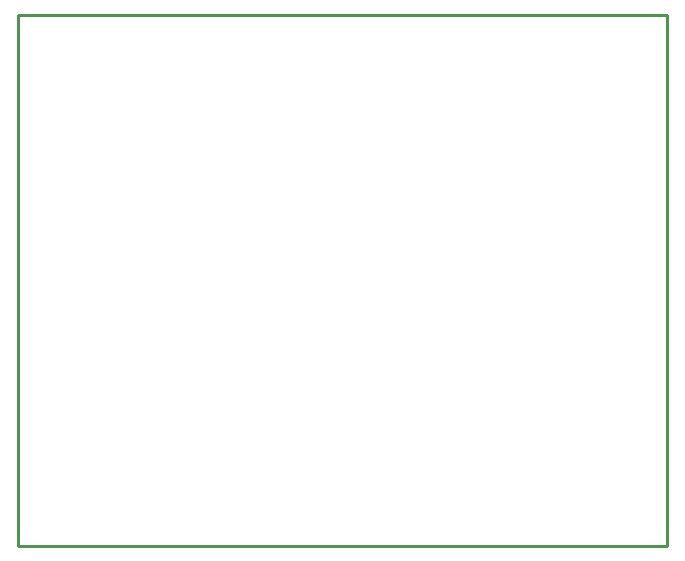
<source format=gko>
G04 Layer: BoardOutline*
G04 EasyEDA v6.4.20.6, 2021-08-19T13:16:06+10:00*
G04 9d4605ca98984d129178a5d3578e3ea3,9bf960991b9d4efa812b5d32ee5e6833,10*
G04 Gerber Generator version 0.2*
G04 Scale: 100 percent, Rotated: No, Reflected: No *
G04 Dimensions in millimeters *
G04 leading zeros omitted , absolute positions ,4 integer and 5 decimal *
%FSLAX45Y45*%
%MOMM*%

%ADD10C,0.2540*%
D10*
X700001Y8800000D02*
G01*
X6200000Y8800000D01*
X6200000Y4299999D01*
X700001Y4299999D01*
X700001Y8800000D01*

%LPD*%
M02*

</source>
